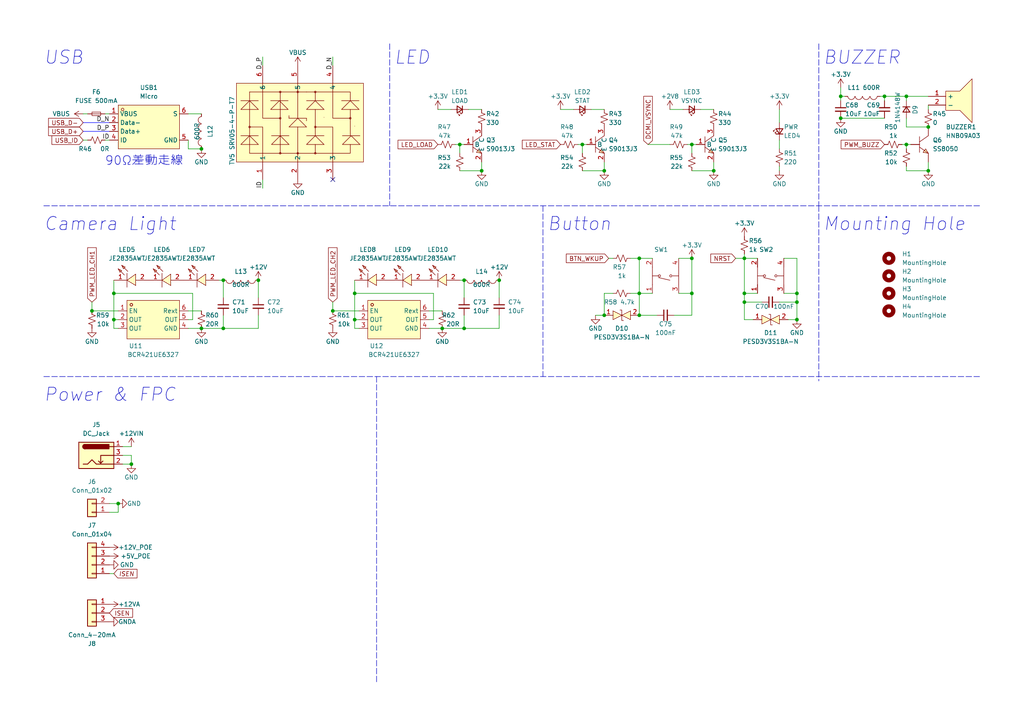
<source format=kicad_sch>
(kicad_sch (version 20211123) (generator eeschema)
  (paper "A4")
  (title_block (title "USB,LED,BUZZ,IO,BTB") (date "2022-10-25") (rev "200") (company "A. Chen") (comment 1 "CCTV3_F407ZET_REV100"))
  (lib_symbols
    (symbol "+5V_POE_2" (power) (pin_names (offset 0))
      (property "Value" "+5V_POE_2" (at 0 3.556 0))
      (symbol "+5V_POE_2_1_1"
        (pin power_in line (at 0 0 90) (length 0) hide (name "+5V_POE") (number "1"))
      )
    )
    (symbol "Connector:Barrel_Jack_Switch" (pin_names hide)
      (property "Reference" "J" (at 0 5.334 0))
      (property "Value" "Barrel_Jack_Switch" (at 0 -5.08 0))
      (symbol "Barrel_Jack_Switch_1_1"
        (pin passive line (at 7.62 2.54 180) (length 2.54) (name "~") (number "1"))
        (pin passive line (at 7.62 -2.54 180) (length 2.54) (name "~") (number "2"))
        (pin passive line (at 7.62 0 180) (length 2.54) (name "~") (number "3"))
      )
    )
    (symbol "Connector_Generic:Conn_01x02" (pin_names (offset 1.016) hide)
      (property "Reference" "J" (at 0 2.54 0))
      (property "Value" "Conn_01x02" (at 0 -5.08 0))
      (symbol "Conn_01x02_1_1"
        (pin passive line (at -5.08 0 0) (length 3.81) (name "Pin_1") (number "1"))
        (pin passive line (at -5.08 -2.54 0) (length 3.81) (name "Pin_2") (number "2"))
      )
    )
    (symbol "Connector_Generic:Conn_01x03" (pin_names (offset 1.016) hide)
      (property "Reference" "J" (at 0 5.08 0))
      (property "Value" "Conn_01x03" (at 0 -5.08 0))
      (symbol "Conn_01x03_1_1"
        (pin passive line (at -5.08 2.54 0) (length 3.81) (name "Pin_1") (number "1"))
        (pin passive line (at -5.08 0 0) (length 3.81) (name "Pin_2") (number "2"))
        (pin passive line (at -5.08 -2.54 0) (length 3.81) (name "Pin_3") (number "3"))
      )
    )
    (symbol "Connector_Generic:Conn_01x04" (pin_names (offset 1.016) hide)
      (property "Reference" "J" (at 0 5.08 0))
      (property "Value" "Conn_01x04" (at 0 -7.62 0))
      (symbol "Conn_01x04_1_1"
        (pin passive line (at -5.08 2.54 0) (length 3.81) (name "Pin_1") (number "1"))
        (pin passive line (at -5.08 0 0) (length 3.81) (name "Pin_2") (number "2"))
        (pin passive line (at -5.08 -2.54 0) (length 3.81) (name "Pin_3") (number "3"))
        (pin passive line (at -5.08 -5.08 0) (length 3.81) (name "Pin_4") (number "4"))
      )
    )
    (symbol "Device:D_Small" (pin_numbers hide) (pin_names (offset 0.254) hide)
      (property "Reference" "D" (at -1.27 2.032 0))
      (property "Value" "D_Small" (at -3.81 -2.032 0))
      (symbol "D_Small_1_1"
        (pin passive line (at -2.54 0 0) (length 1.778) (name "K") (number "1"))
        (pin passive line (at 2.54 0 180) (length 1.778) (name "A") (number "2"))
      )
    )
    (symbol "Device:Fuse_Small" (pin_numbers hide) (pin_names (offset 0.254) hide)
      (property "Reference" "F" (at 0 -1.524 0))
      (property "Value" "Fuse_Small" (at 0 1.524 0))
      (symbol "Fuse_Small_1_1"
        (pin passive line (at -2.54 0 0) (length 1.27) (name "~") (number "1"))
        (pin passive line (at 2.54 0 180) (length 1.27) (name "~") (number "2"))
      )
    )
    (symbol "Device:LED_Small" (pin_numbers hide) (pin_names (offset 0.254) hide)
      (property "Reference" "D" (at -1.27 3.175 0))
      (property "Value" "LED_Small" (at -4.445 -2.54 0))
      (symbol "LED_Small_1_1"
        (pin passive line (at -2.54 0 0) (length 1.778) (name "K") (number "1"))
        (pin passive line (at 2.54 0 180) (length 1.778) (name "A") (number "2"))
      )
    )
    (symbol "Mechanical:MountingHole" (pin_names (offset 1.016))
      (property "Reference" "H" (at 0 5.08 0))
      (property "Value" "MountingHole" (at 0 3.175 0))
    )
    (symbol "PESD3V3S1BA-N_1" (pin_names hide)
      (property "Reference" "D" (at 0 5.08 0))
      (property "Value" "PESD3V3S1BA-N_1" (at 0 -5.08 0))
      (symbol "PESD3V3S1BA-N_1_0_1"
        (pin unspecified line (at -5.08 0 0) (length 2.54) (name "1") (number "1"))
        (pin unspecified line (at 5.08 0 180) (length 2.54) (name "2") (number "2"))
      )
    )
    (symbol "lcsc_parts:BCR421UE6327"
      (property "Reference" "U" (at 0 7.62 0))
      (property "Value" "BCR421UE6327" (at 0 -7.62 0))
      (symbol "BCR421UE6327_0_1"
        (pin unspecified line (at -10.16 2.54 0) (length 2.54) (name "EN") (number "1"))
        (pin unspecified line (at -10.16 0 0) (length 2.54) (name "OUT") (number "2"))
        (pin unspecified line (at -10.16 -2.54 0) (length 2.54) (name "OUT") (number "3"))
        (pin unspecified line (at 10.16 -2.54 180) (length 2.54) (name "GND") (number "4"))
        (pin unspecified line (at 10.16 0 180) (length 2.54) (name "OUT") (number "5"))
        (pin unspecified line (at 10.16 2.54 180) (length 2.54) (name "Rext") (number "6"))
      )
    )
    (symbol "lcsc_parts:BTN-TS-1187A-B-A-B" (pin_names hide)
      (property "Reference" "SW" (at 0 7.62 0))
      (property "Value" "BTN-TS-1187A-B-A-B" (at 0 -10.16 0))
      (symbol "BTN-TS-1187A-B-A-B_0_1"
        (pin unspecified line (at -5.08 2.54 0) (length 2.54) (name "A") (number "1"))
        (pin unspecified line (at 5.08 2.54 180) (length 2.54) (name "B") (number "2"))
        (pin unspecified line (at -5.08 -5.08 0) (length 2.54) (name "C") (number "3"))
        (pin unspecified line (at 5.08 -5.08 180) (length 2.54) (name "D") (number "4"))
      )
    )
    (symbol "lcsc_parts:Cap" (pin_numbers hide) (pin_names (offset 0.254) hide)
      (property "Reference" "C" (at 0.254 1.778 0))
      (property "Value" "Cap" (at 0.254 -2.032 0))
      (symbol "Cap_1_1"
        (pin passive line (at 0 2.54 270) (length 2.032) (name "~") (number "1"))
        (pin passive line (at 0 -2.54 90) (length 2.032) (name "~") (number "2"))
      )
    )
    (symbol "lcsc_parts:GZ1608D601TF" (pin_numbers hide) (pin_names hide)
      (property "Reference" "L" (at 0 5.08 0))
      (property "Value" "GZ1608D601TF" (at 0 -5.08 0))
      (symbol "GZ1608D601TF_0_1"
        (pin unspecified line (at -5.08 0 0) (length 0.762) (name "1") (number "1"))
        (pin unspecified line (at 5.08 0 180) (length 0.762) (name "2") (number "2"))
      )
    )
    (symbol "lcsc_parts:HNB09A03"
      (property "Reference" "BUZZER" (at 0 7.62 0))
      (property "Value" "HNB09A03" (at 0 -5.08 0))
      (symbol "HNB09A03_0_1"
        (pin unspecified line (at 5.08 0 180) (length 5.08) (name "+") (number "1"))
        (pin unspecified line (at 5.08 2.54 180) (length 5.08) (name "-") (number "2"))
      )
    )
    (symbol "lcsc_parts:MicroUsb-10118194-0001LF"
      (property "Reference" "USB" (at 0 7.62 0))
      (property "Value" "MicroUsb-10118194-0001LF" (at 0 -10.16 0))
      (symbol "MicroUsb-10118194-0001LF_0_1"
        (pin unspecified line (at -11.43 2.54 0) (length 2.54) (name "VBUS") (number "1"))
        (pin unspecified line (at -11.43 0 0) (length 2.54) (name "Data-") (number "2"))
        (pin unspecified line (at -11.43 -2.54 0) (length 2.54) (name "Data+") (number "3"))
        (pin unspecified line (at -11.43 -5.08 0) (length 2.54) (name "ID") (number "4"))
        (pin unspecified line (at 11.43 -5.08 180) (length 2.54) (name "GND") (number "5"))
        (pin unspecified line (at 11.43 2.54 180) (length 2.54) (name "S") (number "6"))
      )
    )
    (symbol "lcsc_parts:PESD3V3S1BA-N" (pin_names hide)
      (property "Reference" "D" (at 0 5.08 0))
      (property "Value" "PESD3V3S1BA-N" (at 0 -5.08 0))
      (symbol "PESD3V3S1BA-N_0_1"
        (pin unspecified line (at -5.08 0 0) (length 2.54) (name "1") (number "1"))
        (pin unspecified line (at 5.08 0 180) (length 2.54) (name "2") (number "2"))
      )
    )
    (symbol "lcsc_parts:Res" (pin_numbers hide) (pin_names (offset 0.254) hide)
      (property "Reference" "R" (at 0.762 0.508 0))
      (property "Value" "Res" (at 0.762 -1.016 0))
      (symbol "Res_1_1"
        (pin passive line (at 0 2.54 270) (length 1.016) (name "~") (number "1"))
        (pin passive line (at 0 -2.54 90) (length 1.016) (name "~") (number "2"))
      )
    )
    (symbol "lcsc_parts:S9013J3"
      (property "Reference" "Q" (at 0 10.16 0))
      (property "Value" "S9013 J3" (at 0 -10.16 0))
      (symbol "S9013J3_0_1"
        (pin unspecified line (at -2.54 0 0) (length 2.54) (name "B") (number "1"))
        (pin unspecified line (at 2.54 -5.08 90) (length 2.54) (name "E") (number "2"))
        (pin unspecified line (at 2.54 5.08 270) (length 2.54) (name "C") (number "3"))
      )
    )
    (symbol "lcsc_parts:SAW8A32E" (pin_names hide)
      (property "Reference" "LED" (at 0 5.08 0))
      (property "Value" "SAW8A32E" (at 0 -5.08 0))
      (symbol "SAW8A32E_0_1"
        (pin unspecified line (at -5.08 0 0) (length 3.81) (name "K") (number "1"))
        (pin unspecified line (at 5.08 0 180) (length 3.81) (name "A") (number "2"))
      )
    )
    (symbol "lcsc_parts:SRV05-4-P-T7"
      (property "Reference" "TV" (at 0 13.97 0))
      (property "Value" "SRV05-4-P-T7" (at 0 -16.51 0))
      (symbol "SRV05-4-P-T7_0_1"
        (pin input line (at 16.51 -11.43 180) (length 5.08) (name "1") (number "1"))
        (pin input line (at 16.51 -1.27 180) (length 5.08) (name "2") (number "2"))
        (pin input line (at 16.51 8.89 180) (length 5.08) (name "3") (number "3"))
        (pin input line (at -16.51 8.89 0) (length 5.08) (name "4") (number "4"))
        (pin input line (at -16.51 -1.27 0) (length 5.08) (name "5") (number "5"))
        (pin input line (at -16.51 -11.43 0) (length 5.08) (name "6") (number "6"))
      )
    )
    (symbol "lcsc_parts:SS8050_C2150" (pin_numbers hide) (pin_names hide)
      (property "Reference" "Q" (at 0 10.16 0))
      (property "Value" "SS8050_C2150" (at 0 -10.16 0))
      (symbol "SS8050_C2150_0_1"
        (pin unspecified line (at -5.08 0 0) (length 2.54) (name "B") (number "1"))
        (pin unspecified line (at 0 -5.08 90) (length 2.54) (name "E") (number "2"))
        (pin unspecified line (at 0 5.08 270) (length 2.54) (name "C") (number "3"))
      )
    )
    (symbol "power:+12V" (power) (pin_names (offset 0))
      (property "Value" "+12V" (at 0 3.556 0))
      (symbol "+12V_1_1"
        (pin power_in line (at 0 0 90) (length 0) hide (name "+12V") (number "1"))
      )
    )
    (symbol "power:+12VA" (power) (pin_names (offset 0))
      (property "Value" "+12VA" (at 0 3.556 0))
      (symbol "+12VA_1_1"
        (pin power_in line (at 0 0 90) (length 0) hide (name "+12VA") (number "1"))
      )
    )
    (symbol "power:+12VIN" (power) (pin_names (offset 0))
      (property "Value" "+12VIN" (at 0 3.556 0))
      (symbol "+12VIN_1_1"
        (pin power_in line (at 0 0 90) (length 0) hide (name "+12VIN") (number "1"))
      )
    )
    (symbol "power:+12V_POE" (power) (pin_names (offset 0))
      (property "Value" "+12V_POE" (at 0 3.556 0))
      (symbol "+12V_POE_1_1"
        (pin power_in line (at 0 0 90) (length 0) hide (name "+12V_POE") (number "1"))
      )
    )
    (symbol "power:+2V8" (power) (pin_names (offset 0))
      (property "Value" "+2V8" (at 0 3.556 0))
      (symbol "+2V8_1_1"
        (pin power_in line (at 0 0 90) (length 0) hide (name "+2V8") (number "1"))
      )
    )
    (symbol "power:+3.3V" (power) (pin_names (offset 0))
      (property "Value" "+3.3V" (at 0 3.556 0))
      (symbol "+3.3V_1_1"
        (pin power_in line (at 0 0 90) (length 0) hide (name "+3.3V") (number "1"))
      )
    )
    (symbol "power:GND" (power) (pin_names (offset 0))
      (property "Value" "GND" (at 0 -3.81 0))
      (symbol "GND_1_1"
        (pin power_in line (at 0 0 270) (length 0) hide (name "GND") (number "1"))
      )
    )
    (symbol "power:GNDA" (power) (pin_names (offset 0))
      (property "Value" "GNDA" (at 0 -3.81 0))
      (symbol "GNDA_1_1"
        (pin power_in line (at 0 0 270) (length 0) hide (name "GNDA") (number "1"))
      )
    )
    (symbol "power:VBUS" (power) (pin_names (offset 0))
      (property "Value" "VBUS" (at 0 3.81 0))
      (symbol "VBUS_1_1"
        (pin power_in line (at 0 0 90) (length 0) hide (name "VBUS") (number "1"))
      )
    )
  )
  (junction (at 200.66 41.91))
  (junction (at 58.42 43.18))
  (junction (at 102.87 92.71))
  (junction (at 168.91 41.91))
  (junction (at 58.42 95.25))
  (junction (at 64.77 95.25))
  (junction (at 243.84 27.94))
  (junction (at 207.01 49.53))
  (junction (at 175.26 49.53))
  (junction (at 38.1 134.62))
  (junction (at 134.62 81.28))
  (junction (at 215.9 85.09))
  (junction (at 34.29 146.05))
  (junction (at 256.54 27.94))
  (junction (at 269.24 36.83))
  (junction (at 33.02 92.71))
  (junction (at 243.84 34.29))
  (junction (at 134.62 95.25))
  (junction (at 200.66 85.09))
  (junction (at 262.89 41.91))
  (junction (at 139.7 49.53))
  (junction (at 175.26 91.44))
  (junction (at 185.42 85.09))
  (junction (at 231.14 85.09))
  (junction (at 144.78 81.28))
  (junction (at 74.93 81.28))
  (junction (at 96.52 90.17))
  (junction (at 26.67 90.17))
  (junction (at 231.14 87.63))
  (junction (at 215.9 87.63))
  (junction (at 231.14 92.71))
  (junction (at 185.42 91.44))
  (junction (at 200.66 74.93))
  (junction (at 269.24 49.53))
  (junction (at 262.89 27.94))
  (junction (at 128.27 95.25))
  (junction (at 185.42 74.93))
  (junction (at 64.77 81.28))
  (junction (at 215.9 74.93))
  (junction (at 133.35 41.91))
  (junction (at 33.02 85.09))
  (junction (at 102.87 85.09))
  (no_connect (at 96.52 52.07))
  (wire (pts (xy 33.02 85.09) (xy 33.02 92.71)))
  (wire (pts (xy 125.73 85.09) (xy 102.87 85.09)))
  (wire (pts (xy 54.61 92.71) (xy 55.88 92.71)))
  (wire (pts (xy 134.62 81.28) (xy 134.62 86.36)))
  (wire (pts (xy 228.6 92.71) (xy 231.14 92.71)))
  (wire (pts (xy 38.1 132.08) (xy 38.1 134.62)))
  (wire (pts (xy 58.42 95.25) (xy 64.77 95.25)))
  (wire (pts (xy 102.87 95.25) (xy 102.87 92.71)))
  (wire (pts (xy 215.9 85.09) (xy 219.71 85.09)))
  (wire (pts (xy 187.96 41.91) (xy 194.31 41.91)))
  (wire (pts (xy 243.84 27.94) (xy 245.11 27.94)))
  (wire (pts (xy 24.13 40.64) (xy 25.4 40.64)))
  (wire (pts (xy 35.56 134.62) (xy 38.1 134.62)))
  (wire (pts (xy 30.48 40.64) (xy 31.75 40.64)))
  (wire (pts (xy 199.39 41.91) (xy 200.66 41.91)))
  (wire (pts (xy 262.89 29.21) (xy 262.89 27.94)))
  (wire (pts (xy 144.78 95.25) (xy 144.78 91.44)))
  (wire (pts (xy 34.29 148.59) (xy 31.75 148.59)))
  (wire (pts (xy 262.89 48.26) (xy 262.89 49.53)))
  (wire (pts (xy 96.52 87.63) (xy 96.52 90.17)))
  (wire (pts (xy 54.61 43.18) (xy 58.42 43.18)))
  (wire (pts (xy 35.56 129.54) (xy 38.1 129.54)))
  (wire (pts (xy 261.62 41.91) (xy 262.89 41.91)))
  (wire (pts (xy 102.87 81.28) (xy 102.87 85.09)))
  (polyline (pts (xy 109.22 109.22) (xy 109.22 198.12)))
  (wire (pts (xy 168.91 41.91) (xy 168.91 44.45)))
  (wire (pts (xy 139.7 49.53) (xy 139.7 46.99)))
  (wire (pts (xy 162.56 31.75) (xy 166.37 31.75)))
  (wire (pts (xy 177.8 85.09) (xy 175.26 85.09)))
  (polyline (pts (xy 157.48 59.69) (xy 157.48 109.22)))
  (wire (pts (xy 255.27 27.94) (xy 256.54 27.94)))
  (wire (pts (xy 215.9 87.63) (xy 220.98 87.63)))
  (wire (pts (xy 102.87 85.09) (xy 102.87 92.71)))
  (wire (pts (xy 219.71 74.93) (xy 215.9 74.93)))
  (wire (pts (xy 128.27 95.25) (xy 134.62 95.25)))
  (wire (pts (xy 172.72 91.44) (xy 175.26 91.44)))
  (wire (pts (xy 262.89 41.91) (xy 264.16 41.91)))
  (wire (pts (xy 185.42 85.09) (xy 185.42 91.44)))
  (wire (pts (xy 200.66 41.91) (xy 201.93 41.91)))
  (wire (pts (xy 175.26 85.09) (xy 175.26 91.44)))
  (wire (pts (xy 171.45 31.75) (xy 175.26 31.75)))
  (wire (pts (xy 76.2 54.61) (xy 76.2 52.07)))
  (wire (pts (xy 176.53 74.93) (xy 177.8 74.93)))
  (wire (pts (xy 134.62 95.25) (xy 144.78 95.25)))
  (wire (pts (xy 203.2 31.75) (xy 207.01 31.75)))
  (wire (pts (xy 55.88 85.09) (xy 33.02 85.09)))
  (wire (pts (xy 125.73 92.71) (xy 125.73 85.09)))
  (wire (pts (xy 54.61 95.25) (xy 58.42 95.25)))
  (wire (pts (xy 64.77 81.28) (xy 64.77 86.36)))
  (wire (pts (xy 231.14 74.93) (xy 231.14 85.09)))
  (wire (pts (xy 185.42 91.44) (xy 190.5 91.44)))
  (wire (pts (xy 33.02 81.28) (xy 33.02 85.09)))
  (wire (pts (xy 262.89 49.53) (xy 269.24 49.53)))
  (wire (pts (xy 256.54 27.94) (xy 262.89 27.94)))
  (wire (pts (xy 213.36 74.93) (xy 215.9 74.93)))
  (wire (pts (xy 102.87 92.71) (xy 104.14 92.71)))
  (wire (pts (xy 185.42 85.09) (xy 189.23 85.09)))
  (wire (pts (xy 96.52 16.51) (xy 96.52 19.05)))
  (wire (pts (xy 34.29 95.25) (xy 33.02 95.25)))
  (wire (pts (xy 243.84 25.4) (xy 243.84 27.94)))
  (wire (pts (xy 200.66 85.09) (xy 200.66 91.44)))
  (polyline (pts (xy 113.03 12.7) (xy 113.03 59.69)))
  (wire (pts (xy 134.62 91.44) (xy 134.62 95.25)))
  (wire (pts (xy 134.62 81.28) (xy 133.35 81.28)))
  (wire (pts (xy 168.91 49.53) (xy 175.26 49.53)))
  (wire (pts (xy 33.02 92.71) (xy 34.29 92.71)))
  (wire (pts (xy 124.46 90.17) (xy 128.27 90.17)))
  (wire (pts (xy 262.89 34.29) (xy 262.89 36.83)))
  (wire (pts (xy 144.78 81.28) (xy 144.78 86.36)))
  (wire (pts (xy 168.91 41.91) (xy 170.18 41.91)))
  (wire (pts (xy 231.14 87.63) (xy 231.14 85.09)))
  (wire (pts (xy 96.52 90.17) (xy 104.14 90.17)))
  (wire (pts (xy 200.66 85.09) (xy 200.66 74.93)))
  (wire (pts (xy 26.67 87.63) (xy 26.67 90.17)))
  (wire (pts (xy 167.64 41.91) (xy 168.91 41.91)))
  (wire (pts (xy 35.56 132.08) (xy 38.1 132.08)))
  (wire (pts (xy 182.88 85.09) (xy 185.42 85.09)))
  (wire (pts (xy 231.14 87.63) (xy 231.14 92.71)))
  (wire (pts (xy 55.88 92.71) (xy 55.88 85.09)))
  (wire (pts (xy 133.35 49.53) (xy 139.7 49.53)))
  (wire (pts (xy 133.35 41.91) (xy 133.35 44.45)))
  (wire (pts (xy 104.14 95.25) (xy 102.87 95.25)))
  (wire (pts (xy 64.77 91.44) (xy 64.77 95.25)))
  (wire (pts (xy 262.89 41.91) (xy 262.89 43.18)))
  (wire (pts (xy 175.26 49.53) (xy 175.26 46.99)))
  (wire (pts (xy 215.9 85.09) (xy 215.9 87.63)))
  (wire (pts (xy 76.2 16.51) (xy 76.2 19.05)))
  (wire (pts (xy 74.93 81.28) (xy 74.93 86.36)))
  (polyline (pts (xy 237.49 59.69) (xy 237.49 110.49)))
  (wire (pts (xy 24.13 35.56) (xy 31.75 35.56)) (stroke (width 0) (color 0 0 255 1)))
  (wire (pts (xy 256.54 29.21) (xy 256.54 27.94)))
  (wire (pts (xy 194.31 31.75) (xy 198.12 31.75)))
  (wire (pts (xy 215.9 73.66) (xy 215.9 74.93)))
  (wire (pts (xy 200.66 74.93) (xy 196.85 74.93)))
  (wire (pts (xy 227.33 74.93) (xy 231.14 74.93)))
  (wire (pts (xy 127 31.75) (xy 130.81 31.75)))
  (wire (pts (xy 200.66 41.91) (xy 200.66 44.45)))
  (wire (pts (xy 24.13 38.1) (xy 31.75 38.1)) (stroke (width 0) (color 0 0 255 1)))
  (polyline (pts (xy 12.7 59.69) (xy 284.48 59.69)))
  (wire (pts (xy 26.67 90.17) (xy 34.29 90.17)))
  (wire (pts (xy 185.42 74.93) (xy 185.42 85.09)))
  (wire (pts (xy 132.08 41.91) (xy 133.35 41.91)))
  (polyline (pts (xy 12.7 109.22) (xy 284.48 109.22)))
  (wire (pts (xy 243.84 29.21) (xy 243.84 27.94)))
  (wire (pts (xy 33.02 166.37) (xy 31.75 166.37)))
  (wire (pts (xy 226.06 48.26) (xy 226.06 49.53)))
  (wire (pts (xy 196.85 85.09) (xy 200.66 85.09)))
  (wire (pts (xy 269.24 30.48) (xy 269.24 31.75)))
  (wire (pts (xy 54.61 40.64) (xy 54.61 43.18)))
  (wire (pts (xy 200.66 49.53) (xy 207.01 49.53)))
  (wire (pts (xy 207.01 49.53) (xy 207.01 46.99)))
  (wire (pts (xy 215.9 74.93) (xy 215.9 85.09)))
  (wire (pts (xy 33.02 95.25) (xy 33.02 92.71)))
  (wire (pts (xy 135.89 31.75) (xy 139.7 31.75)))
  (wire (pts (xy 24.13 33.02) (xy 25.4 33.02)))
  (wire (pts (xy 215.9 87.63) (xy 215.9 92.71)))
  (polyline (pts (xy 237.49 12.7) (xy 237.49 59.69)))
  (wire (pts (xy 74.93 95.25) (xy 74.93 91.44)))
  (wire (pts (xy 243.84 34.29) (xy 256.54 34.29)))
  (wire (pts (xy 54.61 33.02) (xy 58.42 33.02)))
  (wire (pts (xy 64.77 95.25) (xy 74.93 95.25)))
  (wire (pts (xy 34.29 146.05) (xy 34.29 148.59)))
  (wire (pts (xy 124.46 92.71) (xy 125.73 92.71)))
  (wire (pts (xy 226.06 40.64) (xy 226.06 43.18)))
  (wire (pts (xy 226.06 31.75) (xy 226.06 35.56)))
  (wire (pts (xy 64.77 81.28) (xy 63.5 81.28)))
  (wire (pts (xy 262.89 36.83) (xy 269.24 36.83)))
  (wire (pts (xy 231.14 85.09) (xy 227.33 85.09)))
  (wire (pts (xy 54.61 90.17) (xy 58.42 90.17)))
  (wire (pts (xy 34.29 146.05) (xy 31.75 146.05)))
  (wire (pts (xy 124.46 95.25) (xy 128.27 95.25)))
  (wire (pts (xy 195.58 91.44) (xy 200.66 91.44)))
  (wire (pts (xy 269.24 49.53) (xy 269.24 46.99)))
  (wire (pts (xy 133.35 41.91) (xy 134.62 41.91)))
  (wire (pts (xy 262.89 27.94) (xy 269.24 27.94)))
  (wire (pts (xy 226.06 87.63) (xy 231.14 87.63)))
  (wire (pts (xy 215.9 92.71) (xy 218.44 92.71)))
  (wire (pts (xy 182.88 74.93) (xy 185.42 74.93)))
  (wire (pts (xy 185.42 74.93) (xy 189.23 74.93)))
  (wire (pts (xy 30.48 33.02) (xy 31.75 33.02)))
  (text "90Ω差動走線" (at 53.34 48.26 180) (effects (font (size 2.54 2.54)) (justify right bottom)))
  (text "BUZZER" (at 238.76 19.05 0) (effects (font (size 3.81 3.81) italic) (justify left bottom)))
  (text "Button" (at 158.75 67.31 0) (effects (font (size 3.81 3.81) italic) (justify left bottom)))
  (text "Camera Light" (at 12.7 67.31 0) (effects (font (size 3.81 3.81) italic) (justify left bottom)))
  (text "Power & FPC" (at 12.7 116.84 0) (effects (font (size 3.81 3.81) italic) (justify left bottom)))
  (text "Mounting Hole" (at 238.76 67.31 0) (effects (font (size 3.81 3.81) italic) (justify left bottom)))
  (text "LED" (at 114.3 19.05 0) (effects (font (size 3.81 3.81) italic) (justify left bottom)))
  (text "USB" (at 12.7 19.05 0) (effects (font (size 3.81 3.81) italic) (justify left bottom)))
  (label "D_N" (at 31.75 35.56 180))
  (label "ID" (at 76.2 54.61 90))
  (label "D_P" (at 31.75 38.1 180))
  (label "ID" (at 31.75 40.64 180))
  (label "D_N" (at 96.52 16.51 270))
  (label "D_P" (at 76.2 16.51 270))
  (global_label "ISEN" (shape input) (at 33.02 166.37 0) (effects (font italic)) (property "Intersheet References" "${INTERSHEET_REFS}" (effects hide)))
  (global_label "NRST" (shape input) (at 213.36 74.93 180) (property "Intersheet References" "${INTERSHEET_REFS}" (effects hide)))
  (global_label "LED_STAT" (shape input) (at 162.56 41.91 180) (property "Intersheet References" "${INTERSHEET_REFS}" (effects hide)))
  (global_label "DCMI_VSYNC" (shape input) (at 187.96 41.91 90) (property "Intersheet References" "${INTERSHEET_REFS}" (effects hide)))
  (global_label "LED_LOAD" (shape input) (at 127 41.91 180) (property "Intersheet References" "${INTERSHEET_REFS}" (effects hide)))
  (global_label "PWM_LED_CH1" (shape input) (at 26.67 87.63 90) (property "Intersheet References" "${INTERSHEET_REFS}" (effects hide)))
  (global_label "PWM_LED_CH2" (shape input) (at 96.52 87.63 90) (property "Intersheet References" "${INTERSHEET_REFS}" (effects hide)))
  (global_label "USB_D+" (shape input) (at 24.13 38.1 180) (property "Intersheet References" "${INTERSHEET_REFS}" (effects hide)))
  (global_label "USB_D-" (shape input) (at 24.13 35.56 180) (property "Intersheet References" "${INTERSHEET_REFS}" (effects hide)))
  (global_label "PWM_BUZZ" (shape input) (at 256.54 41.91 180) (property "Intersheet References" "${INTERSHEET_REFS}" (effects hide)))
  (global_label "USB_ID" (shape input) (at 24.13 40.64 180) (property "Intersheet References" "${INTERSHEET_REFS}" (effects hide)))
  (global_label "BTN_WKUP" (shape input) (at 176.53 74.93 180) (property "Intersheet References" "${INTERSHEET_REFS}" (effects hide)))
  (global_label "ISEN" (shape input) (at 31.75 177.8 0) (property "Intersheet References" "${INTERSHEET_REFS}" (effects hide)))
  (symbol (lib_id "lcsc_parts:Res") (at 207.01 34.29 0) (unit 1)
    (property "Reference" "R44" (at 208.28 33.02 0) (effects (justify left)))
    (property "Value" "330" (at 208.28 35.56 0) (effects (justify left)))
    (property "Footprint" "Resistor_SMD:R_0603_1608Metric" (effects hide))
    (property "LCSC Part" "TBD" (effects hide))
  )
  (symbol (lib_id "power:GNDA") (at 31.75 180.34 90) (unit 1)
    (property "Reference" "#PWR0134" (effects hide))
    (property "Value" "GNDA" (at 34.29 180.34 90) (effects (justify right)))
  )
  (symbol (lib_id "lcsc_parts:S9013J3") (at 172.72 41.91 0) (unit 1)
    (property "Reference" "Q4" (at 176.53 40.6399 0) (effects (justify left)))
    (property "Value" "S9013J3" (at 176.53 43.18 0) (effects (justify left)))
    (property "Footprint" "lcsc_parts:SOT-23-3_L2.9-W1.3-P1.90-LS2.4-BR" (effects hide))
    (property "Datasheet" "https://lcsc.com/product-detail/Transistors-NPN-PNP_S9013-J3-200-350_C6749.html" (effects hide))
    (property "Manufacturer" "CJ" (effects hide))
    (property "LCSC Part" "C6749" (effects hide))
    (property "JLC Part" "Basic Part" (effects hide))
  )
  (symbol (lib_id "lcsc_parts:Res") (at 168.91 46.99 180) (unit 1)
    (property "Reference" "R54" (at 166.37 45.72 0) (effects (justify left)))
    (property "Value" "22k" (at 166.37 48.26 0) (effects (justify left)))
    (property "Footprint" "Resistor_SMD:R_0402_1005Metric" (effects hide))
    (property "LCSC Part" "TBD" (effects hide))
  )
  (symbol (lib_id "Mechanical:MountingHole") (at 257.81 90.17 90) (unit 1)
    (property "Reference" "H4" (at 261.62 88.9 90) (effects (justify right)))
    (property "Value" "MountingHole" (at 261.62 91.44 90) (effects (justify right)))
    (property "Footprint" "MountingHole:MountingHole_3.2mm_M3" (effects hide))
  )
  (symbol (lib_id "lcsc_parts:Cap") (at 134.62 88.9 0) (unit 1)
    (property "Reference" "C73" (at 137.16 87.63 0) (effects (justify left)))
    (property "Value" "10uF" (at 137.16 90.17 0) (effects (justify left)))
    (property "Footprint" "Capacitor_SMD:C_1206_3216Metric" (effects hide))
    (property "Voltage" "50V" (effects hide))
    (property "LCSC Part" "TBD" (effects hide))
  )
  (symbol (lib_id "lcsc_parts:S9013J3") (at 204.47 41.91 0) (unit 1)
    (property "Reference" "Q5" (at 208.28 40.6399 0) (effects (justify left)))
    (property "Value" "S9013J3" (at 208.28 43.18 0) (effects (justify left)))
    (property "Footprint" "lcsc_parts:SOT-23-3_L2.9-W1.3-P1.90-LS2.4-BR" (effects hide))
    (property "Datasheet" "https://lcsc.com/product-detail/Transistors-NPN-PNP_S9013-J3-200-350_C6749.html" (effects hide))
    (property "Manufacturer" "CJ" (effects hide))
    (property "LCSC Part" "C6749" (effects hide))
    (property "JLC Part" "Basic Part" (effects hide))
  )
  (symbol (lib_id "lcsc_parts:Res") (at 215.9 71.12 0) (unit 1)
    (property "Reference" "R56" (at 217.17 69.85 0) (effects (justify left)))
    (property "Value" "1k" (at 217.17 72.39 0) (effects (justify left)))
    (property "Footprint" "Resistor_SMD:R_0402_1005Metric" (effects hide))
    (property "LCSC Part" "TBD" (effects hide))
  )
  (symbol (lib_id "lcsc_parts:PESD3V3S1BA-N") (at 180.34 91.44 0) (unit 1)
    (property "Reference" "D10" (at 180.34 95.25 0))
    (property "Value" "PESD3V3S1BA-N" (at 180.34 97.79 0))
    (property "Footprint" "Diode_SMD:D_SOD-523" (effects hide))
    (property "Datasheet" "https://lcsc.com/product-detail/Others_Bourne-Semicon-Shenzhen-PESD3V3S1BA-N_C316037.html" (effects hide))
    (property "Manufacturer" "Bourne Semicon (Shenzhen)" (effects hide))
    (property "LCSC Part" "C316037" (effects hide))
    (property "JLC Part" "Extended Part" (effects hide))
  )
  (symbol (lib_id "lcsc_parts:Res") (at 27.94 40.64 90) (unit 1)
    (property "Reference" "R46" (at 26.67 43.18 90) (effects (justify left)))
    (property "Value" "0R" (at 31.75 43.18 90) (effects (justify left)))
    (property "Footprint" "Resistor_SMD:R_0603_1608Metric" (effects hide))
    (property "LCSC Part" "TBD" (effects hide))
  )
  (symbol (lib_id "power:GND") (at 96.52 95.25 0) (unit 1)
    (property "Reference" "#PWR0125" (effects hide))
    (property "Value" "GND" (at 96.52 99.06 0))
  )
  (symbol (lib_id "power:+3.3V") (at 200.66 74.93 0) (unit 1)
    (property "Reference" "#PWR0118" (effects hide))
    (property "Value" "+3.3V" (at 200.66 71.12 0))
  )
  (symbol (lib_id "power:GND") (at 26.67 95.25 0) (unit 1)
    (property "Reference" "#PWR0123" (effects hide))
    (property "Value" "GND" (at 26.67 99.06 0))
  )
  (symbol (lib_id "power:GND") (at 31.75 163.83 90) (unit 1)
    (property "Reference" "#PWR0132" (effects hide))
    (property "Value" "GND" (at 36.83 163.83 90))
  )
  (symbol (lib_id "lcsc_parts:Res") (at 269.24 34.29 0) (unit 1)
    (property "Reference" "R45" (at 270.51 33.02 0) (effects (justify left)))
    (property "Value" "0" (at 270.51 35.56 0) (effects (justify left)))
    (property "Footprint" "Resistor_SMD:R_0603_1608Metric" (effects hide))
    (property "LCSC Part" "TBD" (effects hide))
  )
  (symbol (lib_id "lcsc_parts:SAW8A32E") (at 107.95 81.28 0) (unit 1)
    (property "Reference" "LED8" (at 106.68 72.39 0))
    (property "Value" "JE2835AWT" (at 106.68 74.93 0))
    (property "Footprint" "lcsc_parts:LED-SMD_L3.3-W2.8-RD" (effects hide))
    (property "LCSC Part" "TBD" (effects hide))
    (property "JLC Part" "Extended Part" (effects hide))
  )
  (symbol (lib_id "lcsc_parts:Cap") (at 144.78 88.9 0) (unit 1)
    (property "Reference" "C74" (at 147.32 87.63 0) (effects (justify left)))
    (property "Value" "10uF" (at 147.32 90.17 0) (effects (justify left)))
    (property "Footprint" "Capacitor_SMD:C_1206_3216Metric" (effects hide))
    (property "Voltage" "50V" (effects hide))
    (property "LCSC Part" "TBD" (effects hide))
  )
  (symbol (lib_id "lcsc_parts:GZ1608D601TF") (at 58.42 38.1 270) (unit 1)
    (property "Reference" "L12" (at 60.96 38.1 0))
    (property "Value" "600R" (at 57.15 38.1 0))
    (property "Footprint" "Inductor_SMD:L_0603_1608Metric" (effects hide))
    (property "Datasheet" "https://lcsc.com/product-detail/Ferrite-Beads-And-Chips_600R-25-100MHz_C1002.html" (effects hide))
    (property "Manufacturer" "Sunlord" (effects hide))
    (property "LCSC Part" "C1002" (effects hide))
    (property "JLC Part" "Basic Part" (effects hide))
    (property "Model" "GZ1608D601TF" (effects hide))
  )
  (symbol (lib_id "Device:LED_Small") (at 168.91 31.75 180) (unit 1)
    (property "Reference" "LED2" (at 168.91 26.67 0))
    (property "Value" "STAT" (at 168.91 29.21 0))
    (property "Footprint" "LED_SMD:LED_0603_1608Metric" (effects hide))
  )
  (symbol (lib_id "lcsc_parts:SS8050_C2150") (at 269.24 41.91 0) (unit 1)
    (property "Reference" "Q6" (at 270.51 40.6399 0) (effects (justify left)))
    (property "Value" "SS8050" (at 270.51 43.1799 0) (effects (justify left)))
    (property "Footprint" "lcsc_parts:SOT-23-3_L2.9-W1.3-P1.90-LS2.4-BR" (effects hide))
    (property "Datasheet" "https://lcsc.com/product-detail/Transistors-NPN-PNP_SS8050-Y1-200-350_C2150.html" (effects hide))
    (property "Manufacturer" "CJ" (effects hide))
    (property "LCSC Part" "C2150" (effects hide))
    (property "JLC Part" "Basic Part" (effects hide))
  )
  (symbol (lib_id "power:+3.3V") (at 127 31.75 0) (unit 1)
    (property "Reference" "#PWR0104" (effects hide))
    (property "Value" "+3.3V" (at 127 27.94 0))
  )
  (symbol (lib_id "lcsc_parts:Res") (at 26.67 92.71 180) (unit 1)
    (property "Reference" "R59" (at 31.75 91.44 0) (effects (justify left)))
    (property "Value" "10k" (at 31.75 93.98 0) (effects (justify left)))
    (property "Footprint" "Resistor_SMD:R_0402_1005Metric" (effects hide))
    (property "LCSC Part" "TBD" (effects hide))
  )
  (symbol (lib_id "lcsc_parts:Res") (at 96.52 92.71 180) (unit 1)
    (property "Reference" "R61" (at 101.6 91.44 0) (effects (justify left)))
    (property "Value" "10k" (at 101.6 93.98 0) (effects (justify left)))
    (property "Footprint" "Resistor_SMD:R_0402_1005Metric" (effects hide))
    (property "LCSC Part" "TBD" (effects hide))
  )
  (symbol (lib_id "power:+3.3V") (at 215.9 68.58 0) (unit 1)
    (property "Reference" "#PWR0117" (effects hide))
    (property "Value" "+3.3V" (at 215.9 64.77 0))
  )
  (symbol (lib_id "Connector_Generic:Conn_01x04") (at 26.67 163.83 180) (unit 1)
    (property "Reference" "J7" (at 26.67 152.4 0))
    (property "Value" "Conn_01x04" (at 26.67 154.94 0))
    (property "Footprint" "Connector_PinHeader_2.54mm:PinHeader_1x04_P2.54mm_Vertical" (effects hide))
  )
  (symbol (lib_id "power:+3.3V") (at 226.06 31.75 0) (unit 1)
    (property "Reference" "#PWR0107" (effects hide))
    (property "Value" "+3.3V" (at 226.06 27.94 0))
  )
  (symbol (lib_id "power:+12V") (at 74.93 81.28 0) (unit 1)
    (property "Reference" "#PWR0119" (effects hide))
    (property "Value" "+12V" (at 74.93 77.47 0))
  )
  (symbol (lib_id "lcsc_parts:HNB09A03") (at 274.32 27.94 180) (unit 1)
    (property "Reference" "BUZZER1" (at 274.32 36.83 0) (effects (justify right)))
    (property "Value" "HNB09A03" (at 274.32 39.37 0) (effects (justify right)))
    (property "Footprint" "lcsc_parts:BUZ-TH_BD9.0-P5.00-D0.6-FD" (effects hide))
    (property "Datasheet" "https://lcsc.com/product-detail/Buzzers_buzzerHNB09A03_C96102.html" (effects hide))
    (property "Manufacturer" "Jiangsu Huaneng Elec" (effects hide))
    (property "LCSC Part" "C96102" (effects hide))
    (property "JLC Part" "Extended Part" (effects hide))
  )
  (symbol (lib_id "lcsc_parts:Res") (at 200.66 46.99 180) (unit 1)
    (property "Reference" "R55" (at 198.12 45.72 0) (effects (justify left)))
    (property "Value" "22k" (at 198.12 48.26 0) (effects (justify left)))
    (property "Footprint" "Resistor_SMD:R_0402_1005Metric" (effects hide))
    (property "LCSC Part" "TBD" (effects hide))
  )
  (symbol (lib_id "lcsc_parts:BCR421UE6327") (at 44.45 92.71 0) (unit 1)
    (property "Reference" "U11" (at 39.37 100.33 0))
    (property "Value" "BCR421UE6327" (at 44.45 102.87 0))
    (property "Footprint" "lcsc_parts:SC-74-6_L2.9-W1.6-P0.95-LS2.5-BR" (effects hide))
    (property "Datasheet" "https://lcsc.com/product-detail/LED-Drivers_Infineon_BCR421UE6327_BCR421U_C112923.html" (effects hide))
    (property "Manufacturer" "Infineon" (effects hide))
    (property "LCSC Part" "C112923" (effects hide))
    (property "JLC Part" "Extended Part" (effects hide))
  )
  (symbol (lib_id "Connector:Barrel_Jack_Switch") (at 27.94 132.08 0) (unit 1)
    (property "Reference" "J5" (at 27.94 123.19 0))
    (property "Value" "DC_Jack" (at 27.94 125.73 0))
    (property "Footprint" "Connector_BarrelJack:BarrelJack_Horizontal" (effects hide))
  )
  (symbol (lib_id "power:GND") (at 86.36 52.07 0) (unit 1)
    (property "Reference" "#PWR0116" (effects hide))
    (property "Value" "GND" (at 86.36 55.88 0))
  )
  (symbol (lib_id "power:GND") (at 207.01 49.53 0) (unit 1)
    (property "Reference" "#PWR0113" (effects hide))
    (property "Value" "GND" (at 207.01 53.34 0))
  )
  (symbol (lib_id "Mechanical:MountingHole") (at 257.81 74.93 90) (unit 1)
    (property "Reference" "H1" (at 261.62 73.66 90) (effects (justify right)))
    (property "Value" "MountingHole" (at 261.62 76.2 90) (effects (justify right)))
    (property "Footprint" "MountingHole:MountingHole_3.2mm_M3" (effects hide))
  )
  (symbol (lib_id "Device:D_Small") (at 262.89 31.75 90) (mirror x) (unit 1)
    (property "Reference" "D9" (at 265.43 30.48 0) (effects (justify left)))
    (property "Value" "1N4148W" (at 260.35 26.67 0) (effects (justify left)))
    (property "Footprint" "Diode_SMD:D_SOD-123F" (effects hide))
    (property "Datasheet" "https://lcsc.com/product-detail/Switching-Diode_1N4148W_C81598.html" (effects hide))
    (property "Manufacturer" "SEMTECH" (effects hide))
    (property "LCSC Part" "C81598" (effects hide))
    (property "JLC Part" "Basic Part" (effects hide))
  )
  (symbol (lib_id "power:+12VA") (at 31.75 175.26 270) (unit 1)
    (property "Reference" "#PWR0133" (effects hide))
    (property "Value" "+12VA" (at 34.29 175.26 90) (effects (justify left)))
  )
  (symbol (lib_id "lcsc_parts:Res") (at 165.1 41.91 90) (unit 1)
    (property "Reference" "R48" (at 166.37 36.83 90) (effects (justify left)))
    (property "Value" "47k" (at 166.37 39.37 90) (effects (justify left)))
    (property "Footprint" "Resistor_SMD:R_0402_1005Metric" (effects hide))
    (property "LCSC Part" "TBD" (effects hide))
  )
  (symbol (lib_id "lcsc_parts:SRV05-4-P-T7") (at 87.63 35.56 270) (unit 1)
    (property "Reference" "TV5" (at 67.31 44.45 0) (effects (justify left)))
    (property "Value" "SRV05-4-P-T7" (at 67.31 27.94 0) (effects (justify left)))
    (property "Footprint" "lcsc_parts:SOT-23-6_L2.9-W1.6-P0.95-LS2.8-BR" (effects hide))
    (property "Datasheet" "https://lcsc.com/product-detail/TVS_SRV05-4-P-T7_C85364.html" (effects hide))
    (property "Manufacturer" "PROTEK" (effects hide))
    (property "LCSC Part" "C85364" (effects hide))
    (property "JLC Part" "Basic Part" (effects hide))
  )
  (symbol (lib_id "power:+3.3V") (at 162.56 31.75 0) (unit 1)
    (property "Reference" "#PWR0105" (effects hide))
    (property "Value" "+3.3V" (at 162.56 27.94 0))
  )
  (symbol (lib_id "power:VBUS") (at 86.36 19.05 0) (unit 1)
    (property "Reference" "#PWR0102" (effects hide))
    (property "Value" "VBUS" (at 83.82 15.24 0) (effects (justify left)))
  )
  (symbol (lib_id "Connector_Generic:Conn_01x02") (at 26.67 148.59 180) (unit 1)
    (property "Reference" "J6" (at 26.67 139.7 0))
    (property "Value" "Conn_01x02" (at 26.67 142.24 0))
    (property "Footprint" "Connector_PinHeader_2.54mm:PinHeader_1x02_P2.54mm_Vertical" (effects hide))
  )
  (symbol (lib_id "Device:Fuse_Small") (at 27.94 33.02 0) (unit 1)
    (property "Reference" "F6" (at 27.94 26.67 0))
    (property "Value" "FUSE 500mA" (at 27.94 29.21 0))
    (property "Footprint" "Fuse:Fuse_0805_2012Metric" (effects hide))
    (property "Datasheet" "https://lcsc.com/product-detail/Others_Brightking-Elec-TAIWAN-SMD0805B050TF_C269104.html" (effects hide))
    (property "Manufacturer" "Brightking Elec (TAIWAN)" (effects hide))
    (property "LCSC Part" "C269104" (effects hide))
    (property "JLC Part" "Extended Part" (effects hide))
  )
  (symbol (lib_id "lcsc_parts:BTN-TS-1187A-B-A-B") (at 191.77 80.01 90) (unit 1)
    (property "Reference" "SW1" (at 191.77 72.39 90))
    (property "Value" "BTN-TS-1187A-B-A-B" (effects hide))
    (property "Footprint" "lcsc_parts:SW-SMD_4P-L5.1-W5.1-P3.70-LS6.5-TL-2" (effects hide))
    (property "Datasheet" "https://lcsc.com/product-detail/Tactile-Switches_XKB-Enterprise-TS-1187-B-A-A_C318884.html" (effects hide))
    (property "Manufacturer" "XKB Enterprise" (effects hide))
    (property "LCSC Part" "C318884" (effects hide))
    (property "JLC Part" "Basic Part" (effects hide))
  )
  (symbol (lib_id "lcsc_parts:BTN-TS-1187A-B-A-B") (at 222.25 80.01 90) (unit 1)
    (property "Reference" "SW2" (at 222.25 72.39 90))
    (property "Value" "BTN-TS-1187A-B-A-B" (effects hide))
    (property "Footprint" "lcsc_parts:SW-SMD_4P-L5.1-W5.1-P3.70-LS6.5-TL-2" (effects hide))
    (property "Datasheet" "https://lcsc.com/product-detail/Tactile-Switches_XKB-Enterprise-TS-1187-B-A-A_C318884.html" (effects hide))
    (property "Manufacturer" "XKB Enterprise" (effects hide))
    (property "LCSC Part" "C318884" (effects hide))
    (property "JLC Part" "Basic Part" (effects hide))
  )
  (symbol (lib_id "Connector_Generic:Conn_01x03") (at 26.67 177.8 0) (mirror y) (unit 1)
    (property "Reference" "J8" (at 26.67 186.69 0))
    (property "Value" "Conn_4-20mA" (at 26.67 184.15 0))
    (property "Footprint" "Connector_Phoenix_MSTB:PhoenixContact_MSTBA_2,5_3-G_1x03_P5.00mm_Horizontal" (effects hide))
  )
  (symbol (lib_id "Mechanical:MountingHole") (at 257.81 80.01 90) (unit 1)
    (property "Reference" "H2" (at 261.62 78.74 90) (effects (justify right)))
    (property "Value" "MountingHole" (at 261.62 81.28 90) (effects (justify right)))
    (property "Footprint" "MountingHole:MountingHole_3.2mm_M3" (effects hide))
  )
  (symbol (lib_id "power:GND") (at 38.1 134.62 0) (unit 1)
    (property "Reference" "#PWR0128" (effects hide))
    (property "Value" "GND" (at 38.1 138.43 0))
  )
  (symbol (lib_id "power:GND") (at 243.84 34.29 0) (unit 1)
    (property "Reference" "#PWR0109" (effects hide))
    (property "Value" "GND" (at 243.84 38.1 0))
  )
  (symbol (lib_id "lcsc_parts:SAW8A32E") (at 58.42 81.28 0) (unit 1)
    (property "Reference" "LED7" (at 57.15 72.39 0))
    (property "Value" "JE2835AWT" (at 57.15 74.93 0))
    (property "Footprint" "lcsc_parts:LED-SMD_L3.3-W2.8-RD" (effects hide))
    (property "LCSC Part" "TBD" (effects hide))
    (property "JLC Part" "Extended Part" (effects hide))
  )
  (symbol (lib_id "power:GND") (at 231.14 92.71 0) (unit 1)
    (property "Reference" "#PWR0122" (effects hide))
    (property "Value" "GND" (at 231.14 96.52 0))
  )
  (symbol (lib_id "Device:LED_Small") (at 226.06 38.1 90) (unit 1)
    (property "Reference" "LED4" (at 227.33 39.37 90) (effects (justify right)))
    (property "Value" "PWR" (at 227.33 36.83 90) (effects (justify right)))
    (property "Footprint" "LED_SMD:LED_0603_1608Metric" (effects hide))
  )
  (symbol (lib_id "lcsc_parts:GZ1608D601TF") (at 139.7 81.28 0) (unit 1)
    (property "Reference" "L14" (at 139.7 78.74 0))
    (property "Value" "600R" (at 139.7 82.55 0))
    (property "Footprint" "Inductor_SMD:L_0603_1608Metric" (effects hide))
    (property "Datasheet" "https://lcsc.com/product-detail/Ferrite-Beads-And-Chips_600R-25-100MHz_C1002.html" (effects hide))
    (property "Manufacturer" "Sunlord" (effects hide))
    (property "LCSC Part" "C1002" (effects hide))
    (property "JLC Part" "Basic Part" (effects hide))
    (property "Model" "GZ1608D601TF" (effects hide))
  )
  (symbol (lib_id "lcsc_parts:BCR421UE6327") (at 114.3 92.71 0) (unit 1)
    (property "Reference" "U12" (at 109.22 100.33 0))
    (property "Value" "BCR421UE6327" (at 114.3 102.87 0))
    (property "Footprint" "lcsc_parts:SC-74-6_L2.9-W1.6-P0.95-LS2.5-BR" (effects hide))
    (property "Datasheet" "https://lcsc.com/product-detail/LED-Drivers_Infineon_BCR421UE6327_BCR421U_C112923.html" (effects hide))
    (property "Manufacturer" "Infineon" (effects hide))
    (property "LCSC Part" "C112923" (effects hide))
    (property "JLC Part" "Extended Part" (effects hide))
  )
  (symbol (lib_id "lcsc_parts:Res") (at 180.34 85.09 90) (unit 1)
    (property "Reference" "R58" (at 179.07 87.63 90) (effects (justify left)))
    (property "Value" "4.7k" (at 184.15 87.63 90) (effects (justify left)))
    (property "Footprint" "Resistor_SMD:R_0402_1005Metric" (effects hide))
    (property "LCSC Part" "TBD" (effects hide))
  )
  (symbol (lib_id "Device:LED_Small") (at 200.66 31.75 180) (unit 1)
    (property "Reference" "LED3" (at 200.66 26.67 0))
    (property "Value" "VSYNC" (at 200.66 29.21 0))
    (property "Footprint" "LED_SMD:LED_0603_1608Metric" (effects hide))
  )
  (symbol (lib_id "lcsc_parts:GZ1608D601TF") (at 69.85 81.28 0) (unit 1)
    (property "Reference" "L13" (at 69.85 78.74 0))
    (property "Value" "600R" (at 69.85 82.55 0))
    (property "Footprint" "Inductor_SMD:L_0603_1608Metric" (effects hide))
    (property "Datasheet" "https://lcsc.com/product-detail/Ferrite-Beads-And-Chips_600R-25-100MHz_C1002.html" (effects hide))
    (property "Manufacturer" "Sunlord" (effects hide))
    (property "LCSC Part" "C1002" (effects hide))
    (property "JLC Part" "Basic Part" (effects hide))
    (property "Model" "GZ1608D601TF" (effects hide))
  )
  (symbol (lib_id "lcsc_parts:Res") (at 226.06 45.72 0) (unit 1)
    (property "Reference" "R51" (at 227.33 44.45 0) (effects (justify left)))
    (property "Value" "220" (at 227.33 46.99 0) (effects (justify left)))
    (property "Footprint" "Resistor_SMD:R_0603_1608Metric" (effects hide))
    (property "LCSC Part" "TBD" (effects hide))
  )
  (symbol (lib_id "power:+12V") (at 144.78 81.28 0) (unit 1)
    (property "Reference" "#PWR0120" (effects hide))
    (property "Value" "+12V" (at 144.78 77.47 0))
  )
  (symbol (lib_id "power:VBUS") (at 24.13 33.02 90) (unit 1)
    (property "Reference" "#PWR0108" (effects hide))
    (property "Value" "VBUS" (at 20.32 33.0199 90) (effects (justify left)))
  )
  (symbol (lib_id "power:+2V8") (at 194.31 31.75 0) (unit 1)
    (property "Reference" "#PWR0106" (effects hide))
    (property "Value" "+2V8" (at 194.31 27.94 0))
  )
  (symbol (lib_id "lcsc_parts:Res") (at 139.7 34.29 0) (unit 1)
    (property "Reference" "R42" (at 140.97 33.02 0) (effects (justify left)))
    (property "Value" "330" (at 140.97 35.56 0) (effects (justify left)))
    (property "Footprint" "Resistor_SMD:R_0603_1608Metric" (effects hide))
    (property "LCSC Part" "TBD" (effects hide))
  )
  (symbol (lib_id "Mechanical:MountingHole") (at 257.81 85.09 90) (unit 1)
    (property "Reference" "H3" (at 261.62 83.82 90) (effects (justify right)))
    (property "Value" "MountingHole" (at 261.62 86.36 90) (effects (justify right)))
    (property "Footprint" "MountingHole:MountingHole_3.2mm_M3" (effects hide))
  )
  (symbol (lib_id "power:GND") (at 139.7 49.53 0) (unit 1)
    (property "Reference" "#PWR0111" (effects hide))
    (property "Value" "GND" (at 139.7 53.34 0))
  )
  (symbol (lib_id "power:GND") (at 269.24 49.53 0) (unit 1)
    (property "Reference" "#PWR0115" (effects hide))
    (property "Value" "GND" (at 269.24 53.34 0))
  )
  (symbol (lib_id "lcsc_parts:Cap") (at 243.84 31.75 0) (unit 1)
    (property "Reference" "C68" (at 245.11 30.48 0) (effects (justify left)))
    (property "Value" "10uF" (at 245.11 33.02 0) (effects (justify left)))
    (property "Footprint" "Capacitor_SMD:C_0603_1608Metric" (effects hide))
    (property "Voltage" "10V" (effects hide))
    (property "LCSC Part" "TBD" (effects hide))
  )
  (symbol (lib_id "power:GND") (at 34.29 146.05 90) (unit 1)
    (property "Reference" "#PWR0129" (effects hide))
    (property "Value" "GND" (at 36.83 146.05 90) (effects (justify right)))
  )
  (symbol (lib_id "lcsc_parts:Cap") (at 64.77 88.9 0) (unit 1)
    (property "Reference" "C71" (at 67.31 87.63 0) (effects (justify left)))
    (property "Value" "10uF" (at 67.31 90.17 0) (effects (justify left)))
    (property "Footprint" "Capacitor_SMD:C_1206_3216Metric" (effects hide))
    (property "Voltage" "50V" (effects hide))
    (property "LCSC Part" "TBD" (effects hide))
  )
  (symbol (lib_id "lcsc_parts:Cap") (at 256.54 31.75 180) (unit 1)
    (property "Reference" "C69" (at 255.27 30.48 0) (effects (justify left)))
    (property "Value" "10uF" (at 255.27 33.02 0) (effects (justify left)))
    (property "Footprint" "Capacitor_SMD:C_0603_1608Metric" (effects hide))
    (property "Voltage" "10V" (effects hide))
    (property "LCSC Part" "TBD" (effects hide))
  )
  (symbol (lib_id "Device:LED_Small") (at 133.35 31.75 180) (unit 1)
    (property "Reference" "LED1" (at 133.35 26.67 0))
    (property "Value" "LOAD" (at 133.35 29.21 0))
    (property "Footprint" "LED_SMD:LED_0603_1608Metric" (effects hide))
  )
  (symbol (lib_id "lcsc_parts:Res") (at 128.27 92.71 180) (unit 1)
    (property "Reference" "R62" (at 132.08 91.44 0) (effects (justify left)))
    (property "Value" "20R" (at 133.35 93.98 0) (effects (justify left)))
    (property "Footprint" "Resistor_SMD:R_0603_1608Metric" (effects hide))
    (property "Tolerance" "1%" (effects hide))
    (property "LCSC Part" "TBD" (effects hide))
  )
  (symbol (lib_id "lcsc_parts:SAW8A32E") (at 128.27 81.28 0) (unit 1)
    (property "Reference" "LED10" (at 127 72.39 0))
    (property "Value" "JE2835AWT" (at 127 74.93 0))
    (property "Footprint" "lcsc_parts:LED-SMD_L3.3-W2.8-RD" (effects hide))
    (property "LCSC Part" "TBD" (effects hide))
    (property "JLC Part" "Extended Part" (effects hide))
  )
  (symbol (lib_id "lcsc_parts:Res") (at 259.08 41.91 90) (unit 1)
    (property "Reference" "R50" (at 260.35 36.83 90) (effects (justify left)))
    (property "Value" "1k" (at 260.35 39.37 90) (effects (justify left)))
    (property "Footprint" "Resistor_SMD:R_0402_1005Metric" (effects hide))
    (property "LCSC Part" "TBD" (effects hide))
  )
  (symbol (lib_id "power:+3.3V") (at 243.84 25.4 0) (unit 1)
    (property "Reference" "#PWR0103" (effects hide))
    (property "Value" "+3.3V" (at 243.84 21.59 0))
  )
  (symbol (lib_id "lcsc_parts:Res") (at 262.89 45.72 180) (unit 1)
    (property "Reference" "R52" (at 260.35 44.45 0) (effects (justify left)))
    (property "Value" "10k" (at 260.35 46.99 0) (effects (justify left)))
    (property "Footprint" "Resistor_SMD:R_0402_1005Metric" (effects hide))
    (property "LCSC Part" "TBD" (effects hide))
  )
  (symbol (lib_id "power:GND") (at 226.06 49.53 0) (unit 1)
    (property "Reference" "#PWR0114" (effects hide))
    (property "Value" "GND" (at 226.06 53.34 0))
  )
  (symbol (lib_name "+5V_POE_2") (lib_id "power:+5V_POE") (at 31.75 161.29 270) (unit 1)
    (property "Reference" "#PWR0131" (effects hide))
    (property "Value" "+5V_POE" (at 39.37 161.29 90))
  )
  (symbol (lib_id "lcsc_parts:GZ1608D601TF") (at 250.19 27.94 0) (unit 1)
    (property "Reference" "L11" (at 247.65 25.4 0))
    (property "Value" "600R" (at 252.73 25.4 0))
    (property "Footprint" "Inductor_SMD:L_0603_1608Metric" (effects hide))
    (property "Datasheet" "https://lcsc.com/product-detail/Ferrite-Beads-And-Chips_600R-25-100MHz_C1002.html" (effects hide))
    (property "Manufacturer" "Sunlord" (effects hide))
    (property "LCSC Part" "C1002" (effects hide))
    (property "JLC Part" "Basic Part" (effects hide))
    (property "Model" "GZ1608D601TF" (effects hide))
  )
  (symbol (lib_id "lcsc_parts:SAW8A32E") (at 118.11 81.28 0) (unit 1)
    (property "Reference" "LED9" (at 116.84 72.39 0))
    (property "Value" "JE2835AWT" (at 116.84 74.93 0))
    (property "Footprint" "lcsc_parts:LED-SMD_L3.3-W2.8-RD" (effects hide))
    (property "LCSC Part" "TBD" (effects hide))
    (property "JLC Part" "Extended Part" (effects hide))
  )
  (symbol (lib_id "lcsc_parts:Res") (at 129.54 41.91 90) (unit 1)
    (property "Reference" "R47" (at 130.81 36.83 90) (effects (justify left)))
    (property "Value" "47k" (at 130.81 39.37 90) (effects (justify left)))
    (property "Footprint" "Resistor_SMD:R_0402_1005Metric" (effects hide))
    (property "LCSC Part" "TBD" (effects hide))
  )
  (symbol (lib_name "PESD3V3S1BA-N_1") (lib_id "lcsc_parts:PESD3V3S1BA-N") (at 223.52 92.71 0) (unit 1)
    (property "Reference" "D11" (at 223.52 96.52 0))
    (property "Value" "PESD3V3S1BA-N" (at 223.52 99.06 0))
    (property "Footprint" "Diode_SMD:D_SOD-523" (effects hide))
    (property "Datasheet" "https://lcsc.com/product-detail/Others_Bourne-Semicon-Shenzhen-PESD3V3S1BA-N_C316037.html" (effects hide))
    (property "Manufacturer" "Bourne Semicon (Shenzhen)" (effects hide))
    (property "LCSC Part" "C316037" (effects hide))
    (property "JLC Part" "Extended Part" (effects hide))
  )
  (symbol (lib_id "lcsc_parts:Cap") (at 223.52 87.63 90) (unit 1)
    (property "Reference" "C70" (at 220.98 88.9 90))
    (property "Value" "100nF" (at 227.33 88.9 90))
    (property "Footprint" "Capacitor_SMD:C_0402_1005Metric" (effects hide))
    (property "Voltage" "16V" (effects hide))
    (property "LCSC Part" "TBD" (effects hide))
  )
  (symbol (lib_id "lcsc_parts:SAW8A32E") (at 38.1 81.28 0) (unit 1)
    (property "Reference" "LED5" (at 36.83 72.39 0))
    (property "Value" "JE2835AWT" (at 36.83 74.93 0))
    (property "Footprint" "lcsc_parts:LED-SMD_L3.3-W2.8-RD" (effects hide))
    (property "LCSC Part" "TBD" (effects hide))
    (property "JLC Part" "Extended Part" (effects hide))
  )
  (symbol (lib_id "lcsc_parts:Res") (at 180.34 74.93 90) (unit 1)
    (property "Reference" "R57" (at 181.61 77.47 90) (effects (justify left)))
    (property "Value" "1k" (at 181.61 80.01 90) (effects (justify left)))
    (property "Footprint" "Resistor_SMD:R_0402_1005Metric" (effects hide))
    (property "LCSC Part" "TBD" (effects hide))
  )
  (symbol (lib_id "lcsc_parts:Res") (at 133.35 46.99 180) (unit 1)
    (property "Reference" "R53" (at 130.81 45.72 0) (effects (justify left)))
    (property "Value" "22k" (at 130.81 48.26 0) (effects (justify left)))
    (property "Footprint" "Resistor_SMD:R_0402_1005Metric" (effects hide))
    (property "LCSC Part" "TBD" (effects hide))
  )
  (symbol (lib_id "lcsc_parts:Res") (at 58.42 92.71 180) (unit 1)
    (property "Reference" "R60" (at 63.5 91.44 0) (effects (justify left)))
    (property "Value" "20R" (at 63.5 93.98 0) (effects (justify left)))
    (property "Footprint" "Resistor_SMD:R_0603_1608Metric" (effects hide))
    (property "Tolerance" "1%" (effects hide))
    (property "LCSC Part" "TBD" (effects hide))
  )
  (symbol (lib_id "power:GND") (at 58.42 43.18 0) (unit 1)
    (property "Reference" "#PWR0110" (effects hide))
    (property "Value" "GND" (at 58.42 46.99 0))
  )
  (symbol (lib_id "power:GND") (at 128.27 95.25 0) (unit 1)
    (property "Reference" "#PWR0126" (effects hide))
    (property "Value" "GND" (at 128.27 99.06 0))
  )
  (symbol (lib_id "lcsc_parts:MicroUsb-10118194-0001LF") (at 43.18 35.56 0) (unit 1)
    (property "Reference" "USB1" (at 43.18 25.4 0))
    (property "Value" "Micro" (at 43.18 27.94 0))
    (property "Footprint" "lcsc_parts:MICRO-USB-SMD_10118194-0001LF" (effects hide))
    (property "Datasheet" "https://lcsc.com/product-detail/USB-Connectors_Amphenol_10118194-0001LF_10118194-0001LF_C132563.html" (effects hide))
    (property "Manufacturer" "Amphenol ICC" (effects hide))
    (property "LCSC Part" "C132563" (effects hide))
    (property "JLC Part" "Extended Part" (effects hide))
  )
  (symbol (lib_id "power:GND") (at 172.72 91.44 0) (unit 1)
    (property "Reference" "#PWR0121" (effects hide))
    (property "Value" "GND" (at 172.72 95.25 0))
  )
  (symbol (lib_id "lcsc_parts:SAW8A32E") (at 48.26 81.28 0) (unit 1)
    (property "Reference" "LED6" (at 46.99 72.39 0))
    (property "Value" "JE2835AWT" (at 46.99 74.93 0))
    (property "Footprint" "lcsc_parts:LED-SMD_L3.3-W2.8-RD" (effects hide))
    (property "LCSC Part" "TBD" (effects hide))
    (property "JLC Part" "Extended Part" (effects hide))
  )
  (symbol (lib_id "lcsc_parts:Res") (at 196.85 41.91 90) (unit 1)
    (property "Reference" "R49" (at 198.12 36.83 90) (effects (justify left)))
    (property "Value" "47k" (at 198.12 39.37 90) (effects (justify left)))
    (property "Footprint" "Resistor_SMD:R_0402_1005Metric" (effects hide))
    (property "LCSC Part" "TBD" (effects hide))
  )
  (symbol (lib_id "lcsc_parts:S9013J3") (at 137.16 41.91 0) (unit 1)
    (property "Reference" "Q3" (at 140.97 40.6399 0) (effects (justify left)))
    (property "Value" "S9013J3" (at 140.97 43.18 0) (effects (justify left)))
    (property "Footprint" "lcsc_parts:SOT-23-3_L2.9-W1.3-P1.90-LS2.4-BR" (effects hide))
    (property "Datasheet" "https://lcsc.com/product-detail/Transistors-NPN-PNP_S9013-J3-200-350_C6749.html" (effects hide))
    (property "Manufacturer" "CJ" (effects hide))
    (property "LCSC Part" "C6749" (effects hide))
    (property "JLC Part" "Basic Part" (effects hide))
  )
  (symbol (lib_id "power:+12VIN") (at 38.1 129.54 0) (unit 1)
    (property "Reference" "#PWR0127" (effects hide))
    (property "Value" "+12VIN" (at 38.1 125.73 0))
  )
  (symbol (lib_id "lcsc_parts:Cap") (at 74.93 88.9 0) (unit 1)
    (property "Reference" "C72" (at 77.47 87.63 0) (effects (justify left)))
    (property "Value" "10uF" (at 77.47 90.17 0) (effects (justify left)))
    (property "Footprint" "Capacitor_SMD:C_1206_3216Metric" (effects hide))
    (property "Voltage" "50V" (effects hide))
    (property "LCSC Part" "TBD" (effects hide))
  )
  (symbol (lib_id "lcsc_parts:Res") (at 175.26 34.29 0) (unit 1)
    (property "Reference" "R43" (at 176.53 33.02 0) (effects (justify left)))
    (property "Value" "330" (at 176.53 35.56 0) (effects (justify left)))
    (property "Footprint" "Resistor_SMD:R_0603_1608Metric" (effects hide))
    (property "LCSC Part" "TBD" (effects hide))
  )
  (symbol (lib_id "power:GND") (at 58.42 95.25 0) (unit 1)
    (property "Reference" "#PWR0124" (effects hide))
    (property "Value" "GND" (at 58.42 99.06 0))
  )
  (symbol (lib_id "power:+12V_POE") (at 31.75 158.75 270) (unit 1)
    (property "Reference" "#PWR0130" (effects hide))
    (property "Value" "+12V_POE" (at 34.29 158.75 90) (effects (justify left)))
  )
  (symbol (lib_id "lcsc_parts:Cap") (at 193.04 91.44 90) (unit 1)
    (property "Reference" "C75" (at 193.04 93.98 90))
    (property "Value" "100nF" (at 193.04 96.52 90))
    (property "Footprint" "Capacitor_SMD:C_0402_1005Metric" (effects hide))
    (property "Voltage" "16V" (effects hide))
    (property "LCSC Part" "TBD" (effects hide))
  )
  (symbol (lib_id "power:GND") (at 175.26 49.53 0) (unit 1)
    (property "Reference" "#PWR0112" (effects hide))
    (property "Value" "GND" (at 175.26 53.34 0))
  )
)
</source>
